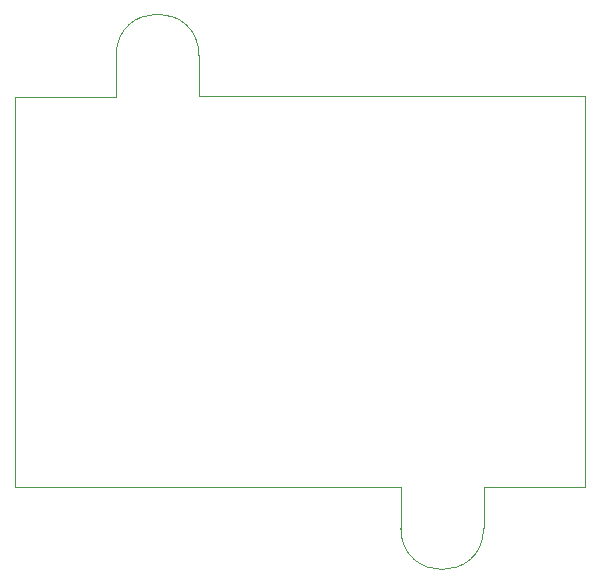
<source format=gbr>
%TF.GenerationSoftware,KiCad,Pcbnew,(6.0.6)*%
%TF.CreationDate,2022-07-19T20:12:23-04:00*%
%TF.ProjectId,4272SparkMaxBreakout,34323732-5370-4617-926b-4d6178427265,rev?*%
%TF.SameCoordinates,Original*%
%TF.FileFunction,Profile,NP*%
%FSLAX46Y46*%
G04 Gerber Fmt 4.6, Leading zero omitted, Abs format (unit mm)*
G04 Created by KiCad (PCBNEW (6.0.6)) date 2022-07-19 20:12:23*
%MOMM*%
%LPD*%
G01*
G04 APERTURE LIST*
%TA.AperFunction,Profile*%
%ADD10C,0.100000*%
%TD*%
G04 APERTURE END LIST*
D10*
X105100000Y-79050000D02*
X105100000Y-82550000D01*
X136200714Y-119070000D02*
X136200714Y-115570000D01*
X129200715Y-119100000D02*
G75*
G03*
X136200714Y-119070000I3499935J30000D01*
G01*
X129200714Y-119100000D02*
X129200714Y-115600000D01*
X112100000Y-79050000D02*
G75*
G03*
X105100000Y-79050000I-3500000J0D01*
G01*
X96520000Y-82550000D02*
X105100000Y-82550000D01*
X112100000Y-79050000D02*
X112100000Y-82500000D01*
X144800000Y-82500000D02*
X144800000Y-115570000D01*
X144800000Y-115570000D02*
X136200714Y-115570000D01*
X96520000Y-115600000D02*
X96520000Y-82550000D01*
X129200714Y-115600000D02*
X96520000Y-115600000D01*
X112100000Y-82500000D02*
X144800000Y-82500000D01*
M02*

</source>
